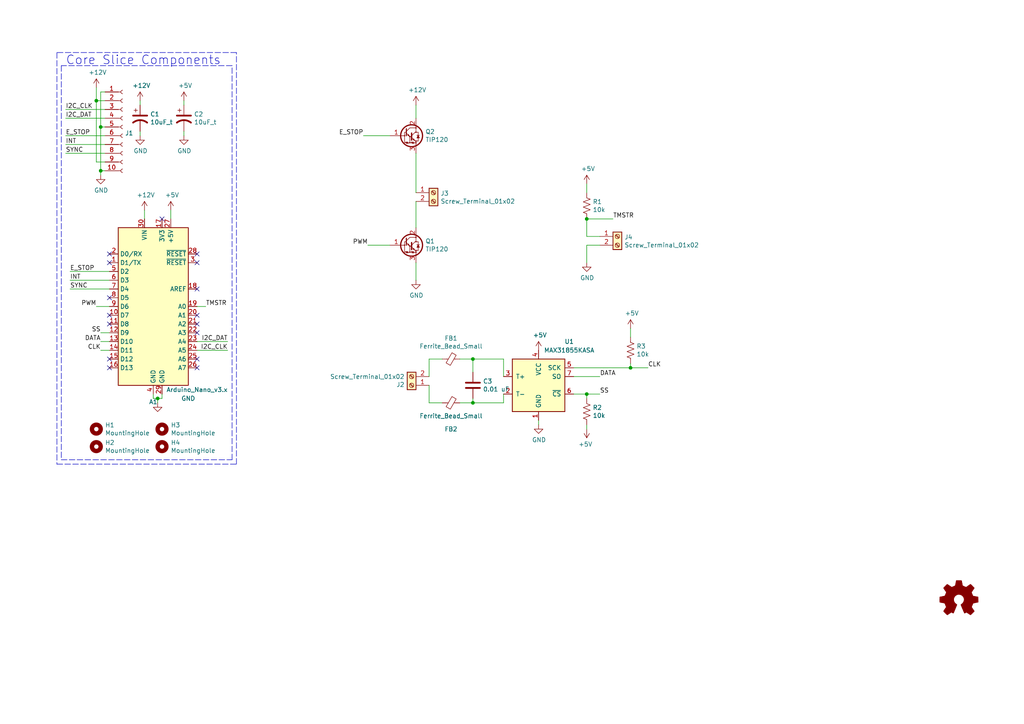
<source format=kicad_sch>
(kicad_sch (version 20231120) (generator "eeschema") (generator_version "8.0")
  (paper "A4")
  (lib_symbols
    (symbol "BREAD_Slice-rescue:+12V-power" (power) (pin_names (offset 0))
      (property "Value" "power_+12V" (at 0 3.556 0))
      (symbol "+12V-power_0_1"
        (polyline (pts (xy -0.762 1.27) (xy 0 2.54)))
        (polyline (pts (xy 0 0) (xy 0 2.54)))
        (polyline (pts (xy 0 2.54) (xy 0.762 1.27)))
      )
      (symbol "+12V-power_1_1"
        (pin power_in line (at 0 0 90) (length 0) hide (name "+12V") (number "1"))
      )
    )
    (symbol "BREAD_Slice-rescue:+5V-power" (power) (pin_names (offset 0))
      (property "Value" "power_+5V" (at 0 3.556 0))
      (symbol "+5V-power_0_1"
        (polyline (pts (xy -0.762 1.27) (xy 0 2.54)))
        (polyline (pts (xy 0 0) (xy 0 2.54)))
        (polyline (pts (xy 0 2.54) (xy 0.762 1.27)))
      )
      (symbol "+5V-power_1_1"
        (pin power_in line (at 0 0 90) (length 0) hide (name "+5V") (number "1"))
      )
    )
    (symbol "BREAD_Slice-rescue:10uF_t-OCI_UPL_2_Capacitors" (pin_numbers hide) (pin_names (offset 0.254) hide)
      (property "Reference" "C" (at 0.635 2.54 0))
      (property "Value" "10uF_t-OCI_UPL_2_Capacitors" (at 0.635 -2.54 0))
      (symbol "10uF_t-OCI_UPL_2_Capacitors_0_1"
        (polyline (pts (xy -2.032 0.762) (xy 2.032 0.762)) (stroke (width 0.508)))
        (polyline (pts (xy -1.778 2.286) (xy -0.762 2.286)))
        (polyline (pts (xy -1.27 1.778) (xy -1.27 2.794)))
        (arc (start 2.032 -1.27) (mid 0 -0.5572) (end -2.032 -1.27) (stroke (width 0.508)))
      )
      (symbol "10uF_t-OCI_UPL_2_Capacitors_1_1"
        (pin passive line (at 0 3.81 270) (length 2.794) (name "~") (number "1"))
        (pin passive line (at 0 -3.81 90) (length 3.302) (name "~") (number "2"))
      )
    )
    (symbol "BREAD_Slice-rescue:Conn_01x10_Female-Connector" (pin_names (offset 1.016) hide)
      (property "Reference" "J" (at 0 12.7 0))
      (property "Value" "Connector_Conn_01x10_Female" (at 0 -15.24 0))
      (symbol "Conn_01x10_Female-Connector_1_1"
        (arc (start 0 -12.192) (mid -0.508 -12.7) (end 0 -13.208) (stroke (width 0.1524)))
        (arc (start 0 -9.652) (mid -0.508 -10.16) (end 0 -10.668) (stroke (width 0.1524)))
        (arc (start 0 -7.112) (mid -0.508 -7.62) (end 0 -8.128) (stroke (width 0.1524)))
        (arc (start 0 -4.572) (mid -0.508 -5.08) (end 0 -5.588) (stroke (width 0.1524)))
        (arc (start 0 -2.032) (mid -0.508 -2.54) (end 0 -3.048) (stroke (width 0.1524)))
        (polyline (pts (xy -1.27 -12.7) (xy -0.508 -12.7)) (stroke (width 0.1524)))
        (polyline (pts (xy -1.27 -10.16) (xy -0.508 -10.16)) (stroke (width 0.1524)))
        (polyline (pts (xy -1.27 -7.62) (xy -0.508 -7.62)) (stroke (width 0.1524)))
        (polyline (pts (xy -1.27 -5.08) (xy -0.508 -5.08)) (stroke (width 0.1524)))
        (polyline (pts (xy -1.27 -2.54) (xy -0.508 -2.54)) (stroke (width 0.1524)))
        (polyline (pts (xy -1.27 0) (xy -0.508 0)) (stroke (width 0.1524)))
        (polyline (pts (xy -1.27 2.54) (xy -0.508 2.54)) (stroke (width 0.1524)))
        (polyline (pts (xy -1.27 5.08) (xy -0.508 5.08)) (stroke (width 0.1524)))
        (polyline (pts (xy -1.27 7.62) (xy -0.508 7.62)) (stroke (width 0.1524)))
        (polyline (pts (xy -1.27 10.16) (xy -0.508 10.16)) (stroke (width 0.1524)))
        (arc (start 0 0.508) (mid -0.508 0) (end 0 -0.508) (stroke (width 0.1524)))
        (arc (start 0 3.048) (mid -0.508 2.54) (end 0 2.032) (stroke (width 0.1524)))
        (arc (start 0 5.588) (mid -0.508 5.08) (end 0 4.572) (stroke (width 0.1524)))
        (arc (start 0 8.128) (mid -0.508 7.62) (end 0 7.112) (stroke (width 0.1524)))
        (arc (start 0 10.668) (mid -0.508 10.16) (end 0 9.652) (stroke (width 0.1524)))
        (pin passive line (at -5.08 10.16 0) (length 3.81) (name "Pin_1") (number "1"))
        (pin passive line (at -5.08 -12.7 0) (length 3.81) (name "Pin_10") (number "10"))
        (pin passive line (at -5.08 7.62 0) (length 3.81) (name "Pin_2") (number "2"))
        (pin passive line (at -5.08 5.08 0) (length 3.81) (name "Pin_3") (number "3"))
        (pin passive line (at -5.08 2.54 0) (length 3.81) (name "Pin_4") (number "4"))
        (pin passive line (at -5.08 0 0) (length 3.81) (name "Pin_5") (number "5"))
        (pin passive line (at -5.08 -2.54 0) (length 3.81) (name "Pin_6") (number "6"))
        (pin passive line (at -5.08 -5.08 0) (length 3.81) (name "Pin_7") (number "7"))
        (pin passive line (at -5.08 -7.62 0) (length 3.81) (name "Pin_8") (number "8"))
        (pin passive line (at -5.08 -10.16 0) (length 3.81) (name "Pin_9") (number "9"))
      )
    )
    (symbol "BREAD_Slice-rescue:Ferrite_Bead_Small-Device" (pin_numbers hide) (pin_names (offset 0))
      (property "Reference" "FB" (at 1.905 1.27 0))
      (property "Value" "Device_Ferrite_Bead_Small" (at 1.905 -1.27 0))
      (symbol "Ferrite_Bead_Small-Device_0_1"
        (polyline (pts (xy 0 -1.27) (xy 0 -0.7874)))
        (polyline (pts (xy 0 0.889) (xy 0 1.2954)))
        (polyline (pts (xy -1.8288 0.2794) (xy -1.1176 1.4986) (xy 1.8288 -0.2032) (xy 1.1176 -1.4224) (xy -1.8288 0.2794)))
      )
      (symbol "Ferrite_Bead_Small-Device_1_1"
        (pin passive line (at 0 2.54 270) (length 1.27) (name "~") (number "1"))
        (pin passive line (at 0 -2.54 90) (length 1.27) (name "~") (number "2"))
      )
    )
    (symbol "BREAD_Slice-rescue:GND-power" (power) (pin_names (offset 0))
      (property "Value" "power_GND" (at 0 -3.81 0))
      (symbol "GND-power_0_1"
        (polyline (pts (xy 0 0) (xy 0 -1.27) (xy 1.27 -1.27) (xy 0 -2.54) (xy -1.27 -1.27) (xy 0 -1.27)))
      )
      (symbol "GND-power_1_1"
        (pin power_in line (at 0 0 270) (length 0) hide (name "GND") (number "1"))
      )
    )
    (symbol "BREAD_Slice-rescue:MAX31855KASA-Sensor_Temperature" (pin_names (offset 1.016))
      (property "Reference" "U" (at -7.62 8.89 0))
      (property "Value" "Sensor_Temperature_MAX31855KASA" (at 1.27 8.89 0))
      (symbol "MAX31855KASA-Sensor_Temperature_0_1"
        (rectangle (start -7.62 7.62) (end 7.62 -7.62) (stroke (width 0.254)) (fill (type background)))
      )
      (symbol "MAX31855KASA-Sensor_Temperature_1_1"
        (pin power_in line (at 0 -10.16 90) (length 2.54) (name "GND") (number "1"))
        (pin passive line (at -10.16 -2.54 0) (length 2.54) (name "T-") (number "2"))
        (pin passive line (at -10.16 2.54 0) (length 2.54) (name "T+") (number "3"))
        (pin power_in line (at 0 10.16 270) (length 2.54) (name "VCC") (number "4"))
        (pin input line (at 10.16 5.08 180) (length 2.54) (name "SCK") (number "5"))
        (pin input line (at 10.16 -2.54 180) (length 2.54) (name "~{CS}") (number "6"))
        (pin tri_state line (at 10.16 2.54 180) (length 2.54) (name "SO") (number "7"))
      )
    )
    (symbol "Connector:Screw_Terminal_01x02" (pin_names (offset 1.016) hide)
      (property "Reference" "J" (at 0 2.54 0))
      (property "Value" "Screw_Terminal_01x02" (at 0 -5.08 0))
      (symbol "Screw_Terminal_01x02_1_1"
        (rectangle (start -1.27 1.27) (end 1.27 -3.81) (stroke (width 0.254)) (fill (type background)))
        (circle (center 0 -2.54) (radius 0.635) (stroke (width 0.1524)))
        (polyline (pts (xy -0.5334 -2.2098) (xy 0.3302 -3.048)) (stroke (width 0.1524)))
        (polyline (pts (xy -0.5334 0.3302) (xy 0.3302 -0.508)) (stroke (width 0.1524)))
        (polyline (pts (xy -0.3556 -2.032) (xy 0.508 -2.8702)) (stroke (width 0.1524)))
        (polyline (pts (xy -0.3556 0.508) (xy 0.508 -0.3302)) (stroke (width 0.1524)))
        (circle (center 0 0) (radius 0.635) (stroke (width 0.1524)))
        (pin passive line (at -5.08 0 0) (length 3.81) (name "Pin_1") (number "1"))
        (pin passive line (at -5.08 -2.54 0) (length 3.81) (name "Pin_2") (number "2"))
      )
    )
    (symbol "Device:C" (pin_numbers hide) (pin_names (offset 0.254))
      (property "Reference" "C" (at 0.635 2.54 0))
      (property "Value" "C" (at 0.635 -2.54 0))
      (symbol "C_0_1"
        (polyline (pts (xy -2.032 -0.762) (xy 2.032 -0.762)) (stroke (width 0.508)))
        (polyline (pts (xy -2.032 0.762) (xy 2.032 0.762)) (stroke (width 0.508)))
      )
      (symbol "C_1_1"
        (pin passive line (at 0 3.81 270) (length 2.794) (name "~") (number "1"))
        (pin passive line (at 0 -3.81 90) (length 2.794) (name "~") (number "2"))
      )
    )
    (symbol "Device:R_US" (pin_numbers hide) (pin_names (offset 0))
      (property "Reference" "R" (at 2.54 0 90))
      (property "Value" "R_US" (at -2.54 0 90))
      (symbol "R_US_0_1"
        (polyline (pts (xy 0 -2.286) (xy 0 -2.54)))
        (polyline (pts (xy 0 2.286) (xy 0 2.54)))
        (polyline (pts (xy 0 -0.762) (xy 1.016 -1.143) (xy 0 -1.524) (xy -1.016 -1.905) (xy 0 -2.286)))
        (polyline (pts (xy 0 0.762) (xy 1.016 0.381) (xy 0 0) (xy -1.016 -0.381) (xy 0 -0.762)))
        (polyline (pts (xy 0 2.286) (xy 1.016 1.905) (xy 0 1.524) (xy -1.016 1.143) (xy 0 0.762)))
      )
      (symbol "R_US_1_1"
        (pin passive line (at 0 3.81 270) (length 1.27) (name "~") (number "1"))
        (pin passive line (at 0 -3.81 90) (length 1.27) (name "~") (number "2"))
      )
    )
    (symbol "Graphic:Logo_Open_Hardware_Small" (in_bom no) (on_board no)
      (symbol "Logo_Open_Hardware_Small_0_1"
        (polyline (pts (xy 3.3528 -4.3434) (xy 3.302 -4.318) (xy 3.175 -4.2418) (xy 2.9972 -4.1148) (xy 2.7686 -3.9624) (xy 2.54 -3.81) (xy 2.3622 -3.7084) (xy 2.2352 -3.6068) (xy 2.1844 -3.5814) (xy 2.159 -3.6068) (xy 2.0574 -3.6576) (xy 1.905 -3.7338) (xy 1.8034 -3.7846) (xy 1.6764 -3.8354) (xy 1.6002 -3.8354) (xy 1.6002 -3.8354) (xy 1.5494 -3.7338) (xy 1.4732 -3.5306) (xy 1.3462 -3.302) (xy 1.2446 -3.0226) (xy 1.1176 -2.7178) (xy 0.9652 -2.413) (xy 0.8636 -2.1082) (xy 0.7366 -1.8288) (xy 0.6604 -1.6256) (xy 0.6096 -1.4732) (xy 0.5842 -1.397) (xy 0.5842 -1.397) (xy 0.6604 -1.3208) (xy 0.7874 -1.2446) (xy 1.0414 -1.016) (xy 1.2954 -0.6858) (xy 1.4478 -0.3302) (xy 1.524 0.0762) (xy 1.4732 0.4572) (xy 1.3208 0.8128) (xy 1.0668 1.143) (xy 0.762 1.3716) (xy 0.4064 1.524) (xy 0 1.5748) (xy -0.381 1.5494) (xy -0.7366 1.397) (xy -1.0668 1.143) (xy -1.2192 0.9906) (xy -1.397 0.6604) (xy -1.524 0.3048) (xy -1.524 0.2286) (xy -1.4986 -0.1778) (xy -1.397 -0.5334) (xy -1.1938 -0.8636) (xy -0.9144 -1.143) (xy -0.8636 -1.1684) (xy -0.7366 -1.27) (xy -0.635 -1.3462) (xy -0.5842 -1.397) (xy -1.0668 -2.5908) (xy -1.143 -2.794) (xy -1.2954 -3.1242) (xy -1.397 -3.4036) (xy -1.4986 -3.6322) (xy -1.5748 -3.7846) (xy -1.6002 -3.8354) (xy -1.6002 -3.8354) (xy -1.651 -3.8354) (xy -1.7272 -3.81) (xy -1.905 -3.7338) (xy -2.0066 -3.683) (xy -2.1336 -3.6068) (xy -2.2098 -3.5814) (xy -2.2606 -3.6068) (xy -2.3622 -3.683) (xy -2.54 -3.81) (xy -2.7686 -3.9624) (xy -2.9718 -4.0894) (xy -3.1496 -4.2164) (xy -3.302 -4.318) (xy -3.3528 -4.3434) (xy -3.3782 -4.3434) (xy -3.429 -4.318) (xy -3.5306 -4.2164) (xy -3.7084 -4.064) (xy -3.937 -3.8354) (xy -3.9624 -3.81) (xy -4.1656 -3.6068) (xy -4.318 -3.4544) (xy -4.4196 -3.3274) (xy -4.445 -3.2766) (xy -4.445 -3.2766) (xy -4.4196 -3.2258) (xy -4.318 -3.0734) (xy -4.2164 -2.8956) (xy -4.064 -2.667) (xy -3.6576 -2.0828) (xy -3.8862 -1.5494) (xy -3.937 -1.3716) (xy -4.0386 -1.1684) (xy -4.0894 -1.0414) (xy -4.1148 -0.9652) (xy -4.191 -0.9398) (xy -4.318 -0.9144) (xy -4.5466 -0.8636) (xy -4.8006 -0.8128) (xy -5.0546 -0.7874) (xy -5.2578 -0.7366) (xy -5.4356 -0.7112) (xy -5.5118 -0.6858) (xy -5.5118 -0.6858) (xy -5.5372 -0.635) (xy -5.5372 -0.5588) (xy -5.5372 -0.4318) (xy -5.5626 -0.2286) (xy -5.5626 0.0762) (xy -5.5626 0.127) (xy -5.5372 0.4064) (xy -5.5372 0.635) (xy -5.5372 0.762) (xy -5.5372 0.8382) (xy -5.5372 0.8382) (xy -5.461 0.8382) (xy -5.3086 0.889) (xy -5.08 0.9144) (xy -4.826 0.9652) (xy -4.8006 0.9906) (xy -4.5466 1.0414) (xy -4.318 1.0668) (xy -4.1656 1.1176) (xy -4.0894 1.143) (xy -4.0894 1.143) (xy -4.0386 1.2446) (xy -3.9624 1.4224) (xy -3.8608 1.6256) (xy -3.7846 1.8288) (xy -3.7084 2.0066) (xy -3.6576 2.159) (xy -3.6322 2.2098) (xy -3.6322 2.2098) (xy -3.683 2.286) (xy -3.7592 2.413) (xy -3.8862 2.5908) (xy -4.064 2.8194) (xy -4.064 2.8448) (xy -4.2164 3.0734) (xy -4.3434 3.2512) (xy -4.4196 3.3782) (xy -4.445 3.4544) (xy -4.445 3.4544) (xy -4.3942 3.5052) (xy -4.2926 3.6322) (xy -4.1148 3.81) (xy -3.937 4.0132) (xy -3.8608 4.064) (xy -3.6576 4.2926) (xy -3.5052 4.4196) (xy -3.4036 4.4958) (xy -3.3528 4.5212) (xy -3.3528 4.5212) (xy -3.302 4.4704) (xy -3.1496 4.3688) (xy -2.9718 4.2418) (xy -2.7432 4.0894) (xy -2.7178 4.0894) (xy -2.4892 3.937) (xy -2.3114 3.81) (xy -2.1844 3.7084) (xy -2.1336 3.683) (xy -2.1082 3.683) (xy -2.032 3.7084) (xy -1.8542 3.7592) (xy -1.6764 3.8354) (xy -1.4732 3.937) (xy -1.27 4.0132) (xy -1.143 4.064) (xy -1.0668 4.1148) (xy -1.0668 4.1148) (xy -1.0414 4.191) (xy -1.016 4.3434) (xy -0.9652 4.572) (xy -0.9144 4.8514) (xy -0.889 4.9022) (xy -0.8382 5.1562) (xy -0.8128 5.3848) (xy -0.7874 5.5372) (xy -0.762 5.588) (xy -0.7112 5.6134) (xy -0.5842 5.6134) (xy -0.4064 5.6134) (xy -0.1524 5.6134) (xy 0.0762 5.6134) (xy 0.3302 5.6134) (xy 0.5334 5.6134) (xy 0.6858 5.588) (xy 0.7366 5.588) (xy 0.7366 5.588) (xy 0.762 5.5118) (xy 0.8128 5.334) (xy 0.8382 5.1054) (xy 0.9144 4.826) (xy 0.9144 4.7752) (xy 0.9652 4.5212) (xy 1.016 4.2926) (xy 1.0414 4.1402) (xy 1.0668 4.0894) (xy 1.0668 4.0894) (xy 1.1938 4.0386) (xy 1.3716 3.9624) (xy 1.5748 3.8608) (xy 2.0828 3.6576) (xy 2.7178 4.0894) (xy 2.7686 4.1402) (xy 2.9972 4.2926) (xy 3.175 4.4196) (xy 3.302 4.4958) (xy 3.3782 4.5212) (xy 3.3782 4.5212) (xy 3.429 4.4704) (xy 3.556 4.3434) (xy 3.7338 4.191) (xy 3.9116 3.9878) (xy 4.064 3.8354) (xy 4.2418 3.6576) (xy 4.3434 3.556) (xy 4.4196 3.4798) (xy 4.4196 3.429) (xy 4.4196 3.4036) (xy 4.3942 3.3274) (xy 4.2926 3.2004) (xy 4.1656 2.9972) (xy 4.0132 2.794) (xy 3.8862 2.5908) (xy 3.7592 2.3876) (xy 3.6576 2.2352) (xy 3.6322 2.159) (xy 3.6322 2.1336) (xy 3.683 2.0066) (xy 3.7592 1.8288) (xy 3.8608 1.6002) (xy 4.064 1.1176) (xy 4.3942 1.0414) (xy 4.5974 1.016) (xy 4.8768 0.9652) (xy 5.1308 0.9144) (xy 5.5372 0.8382) (xy 5.5626 -0.6604) (xy 5.4864 -0.6858) (xy 5.4356 -0.6858) (xy 5.2832 -0.7366) (xy 5.0546 -0.762) (xy 4.8006 -0.8128) (xy 4.5974 -0.8636) (xy 4.3688 -0.9144) (xy 4.2164 -0.9398) (xy 4.1402 -0.9398) (xy 4.1148 -0.9652) (xy 4.064 -1.0668) (xy 3.9878 -1.2446) (xy 3.9116 -1.4478) (xy 3.81 -1.651) (xy 3.7338 -1.8542) (xy 3.683 -2.0066) (xy 3.6576 -2.0828) (xy 3.683 -2.1336) (xy 3.7846 -2.2606) (xy 3.8862 -2.4638) (xy 4.0386 -2.667) (xy 4.191 -2.8956) (xy 4.318 -3.0734) (xy 4.3942 -3.2004) (xy 4.445 -3.2766) (xy 4.4196 -3.3274) (xy 4.3434 -3.429) (xy 4.1656 -3.5814) (xy 3.937 -3.8354) (xy 3.8862 -3.8608) (xy 3.683 -4.064) (xy 3.5306 -4.2164) (xy 3.4036 -4.318) (xy 3.3528 -4.3434)) (fill (type outline)))
      )
    )
    (symbol "MCU_Module:Arduino_Nano_v3.x"
      (property "Reference" "A" (at -10.16 23.495 0))
      (property "Value" "Arduino_Nano_v3.x" (at 5.08 -24.13 0))
      (symbol "Arduino_Nano_v3.x_0_1"
        (rectangle (start -10.16 22.86) (end 10.16 -22.86) (stroke (width 0.254)) (fill (type background)))
      )
      (symbol "Arduino_Nano_v3.x_1_1"
        (pin bidirectional line (at -12.7 12.7 0) (length 2.54) (name "D1/TX") (number "1"))
        (pin bidirectional line (at -12.7 -2.54 0) (length 2.54) (name "D7") (number "10"))
        (pin bidirectional line (at -12.7 -5.08 0) (length 2.54) (name "D8") (number "11"))
        (pin bidirectional line (at -12.7 -7.62 0) (length 2.54) (name "D9") (number "12"))
        (pin bidirectional line (at -12.7 -10.16 0) (length 2.54) (name "D10") (number "13"))
        (pin bidirectional line (at -12.7 -12.7 0) (length 2.54) (name "D11") (number "14"))
        (pin bidirectional line (at -12.7 -15.24 0) (length 2.54) (name "D12") (number "15"))
        (pin bidirectional line (at -12.7 -17.78 0) (length 2.54) (name "D13") (number "16"))
        (pin power_out line (at 2.54 25.4 270) (length 2.54) (name "3V3") (number "17"))
        (pin input line (at 12.7 5.08 180) (length 2.54) (name "AREF") (number "18"))
        (pin bidirectional line (at 12.7 0 180) (length 2.54) (name "A0") (number "19"))
        (pin bidirectional line (at -12.7 15.24 0) (length 2.54) (name "D0/RX") (number "2"))
        (pin bidirectional line (at 12.7 -2.54 180) (length 2.54) (name "A1") (number "20"))
        (pin bidirectional line (at 12.7 -5.08 180) (length 2.54) (name "A2") (number "21"))
        (pin bidirectional line (at 12.7 -7.62 180) (length 2.54) (name "A3") (number "22"))
        (pin bidirectional line (at 12.7 -10.16 180) (length 2.54) (name "A4") (number "23"))
        (pin bidirectional line (at 12.7 -12.7 180) (length 2.54) (name "A5") (number "24"))
        (pin bidirectional line (at 12.7 -15.24 180) (length 2.54) (name "A6") (number "25"))
        (pin bidirectional line (at 12.7 -17.78 180) (length 2.54) (name "A7") (number "26"))
        (pin power_out line (at 5.08 25.4 270) (length 2.54) (name "+5V") (number "27"))
        (pin input line (at 12.7 15.24 180) (length 2.54) (name "~{RESET}") (number "28"))
        (pin power_in line (at 2.54 -25.4 90) (length 2.54) (name "GND") (number "29"))
        (pin input line (at 12.7 12.7 180) (length 2.54) (name "~{RESET}") (number "3"))
        (pin power_in line (at -2.54 25.4 270) (length 2.54) (name "VIN") (number "30"))
        (pin power_in line (at 0 -25.4 90) (length 2.54) (name "GND") (number "4"))
        (pin bidirectional line (at -12.7 10.16 0) (length 2.54) (name "D2") (number "5"))
        (pin bidirectional line (at -12.7 7.62 0) (length 2.54) (name "D3") (number "6"))
        (pin bidirectional line (at -12.7 5.08 0) (length 2.54) (name "D4") (number "7"))
        (pin bidirectional line (at -12.7 2.54 0) (length 2.54) (name "D5") (number "8"))
        (pin bidirectional line (at -12.7 0 0) (length 2.54) (name "D6") (number "9"))
      )
    )
    (symbol "Mechanical:MountingHole" (pin_names (offset 1.016)) (exclude_from_sim yes) (in_bom no)
      (property "Reference" "H" (at 0 5.08 0))
      (property "Value" "MountingHole" (at 0 3.175 0))
      (symbol "MountingHole_0_1"
        (circle (center 0 0) (radius 1.27) (stroke (width 1.27)))
      )
    )
    (symbol "Transistor_BJT:TIP120" (pin_names (offset 0) hide)
      (property "Reference" "Q" (at 5.08 1.905 0))
      (property "Value" "TIP120" (at 5.08 0 0))
      (symbol "TIP120_0_1"
        (circle (center -0.762 0) (radius 0.127))
        (polyline (pts (xy -1.27 0) (xy -0.889 0)))
        (polyline (pts (xy 2.54 -2.032) (xy 2.54 -2.54)))
        (polyline (pts (xy 2.54 -1.524) (xy 3.175 -1.524)))
        (polyline (pts (xy 2.794 0.127) (xy 3.556 0.127)))
        (polyline (pts (xy 3.175 -0.635) (xy 3.175 -1.524)))
        (polyline (pts (xy 3.175 1.016) (xy 2.54 1.016)))
        (polyline (pts (xy 3.175 1.016) (xy 3.175 0.127)))
        (polyline (pts (xy -0.254 0.762) (xy 0.762 -0.254) (xy 1.27 -0.254)))
        (polyline (pts (xy -0.254 1.016) (xy -0.762 1.016) (xy -0.762 -2.032)))
        (polyline (pts (xy -0.254 1.27) (xy 0.762 2.286) (xy 2.54 2.286)))
        (polyline (pts (xy -0.254 2.032) (xy -0.254 0) (xy -0.254 0)) (stroke (width 0.3048)))
        (polyline (pts (xy 1.27 0.762) (xy 1.27 -1.27) (xy 1.27 -1.27)) (stroke (width 0.381)))
        (polyline (pts (xy 0.635 -0.127) (xy 0.381 0.381) (xy 0.127 0.127) (xy 0.635 -0.127)))
        (polyline (pts (xy 1.27 -0.508) (xy 2.286 -1.524) (xy 2.54 -1.524) (xy 2.54 -2.032)))
        (polyline (pts (xy 1.27 0) (xy 2.286 1.016) (xy 2.54 1.016) (xy 2.54 2.286)))
        (polyline (pts (xy 2.159 -1.397) (xy 1.905 -0.889) (xy 1.651 -1.143) (xy 2.159 -1.397)))
        (polyline (pts (xy 3.175 0.127) (xy 2.794 -0.635) (xy 3.556 -0.635) (xy 3.175 0.127)) (fill (type outline)))
        (polyline (pts (xy 0.762 -2.032) (xy 0.381 -2.032) (xy 0.254 -2.286) (xy 0.127 -1.778) (xy 0 -2.286) (xy -0.127 -1.778) (xy -0.254 -2.286) (xy -0.381 -1.778) (xy -0.508 -2.032) (xy -0.762 -2.032)))
        (polyline (pts (xy 0.762 -0.254) (xy 0.762 -2.032) (xy 1.143 -2.032) (xy 1.27 -1.778) (xy 1.397 -2.286) (xy 1.524 -1.778) (xy 1.651 -2.286) (xy 1.778 -1.778) (xy 1.905 -2.286) (xy 2.032 -2.032) (xy 2.54 -2.032)))
        (circle (center 0.762 -2.032) (radius 0.127))
        (circle (center 0.762 -0.254) (radius 0.127))
        (circle (center 1.27 0) (radius 3.175) (stroke (width 0.3556)))
        (circle (center 2.54 -2.032) (radius 0.127))
        (circle (center 2.54 -1.524) (radius 0.127))
        (circle (center 2.54 1.016) (radius 0.127))
        (circle (center 2.54 2.286) (radius 0.127))
      )
      (symbol "TIP120_1_1"
        (pin input line (at -5.08 0 0) (length 3.81) (name "B") (number "1"))
        (pin passive line (at 2.54 5.08 270) (length 2.667) (name "C") (number "2"))
        (pin passive line (at 2.54 -5.08 90) (length 2.54) (name "E") (number "3"))
      )
    )
  )
  (junction (at 27.94 29.21))
  (junction (at 137.16 104.14))
  (junction (at 170.18 63.5))
  (junction (at 170.18 114.3))
  (junction (at 45.72 115.57))
  (junction (at 182.88 106.68))
  (junction (at 137.16 116.84))
  (junction (at 29.21 49.53))
  (junction (at 29.21 36.83))
  (no_connect (at 31.75 86.36))
  (no_connect (at 57.15 91.44))
  (no_connect (at 57.15 76.2))
  (no_connect (at 31.75 106.68))
  (no_connect (at 57.15 93.98))
  (no_connect (at 31.75 93.98))
  (no_connect (at 57.15 104.14))
  (no_connect (at 57.15 83.82))
  (no_connect (at 31.75 73.66))
  (no_connect (at 31.75 76.2))
  (no_connect (at 57.15 96.52))
  (no_connect (at 46.99 63.5))
  (no_connect (at 31.75 91.44))
  (no_connect (at 57.15 73.66))
  (no_connect (at 31.75 104.14))
  (no_connect (at 57.15 106.68))
  (wire (pts (xy 30.48 36.83) (xy 29.21 36.83)))
  (wire (pts (xy 27.94 46.99) (xy 27.94 29.21)))
  (wire (pts (xy 27.94 29.21) (xy 30.48 29.21)))
  (polyline (pts (xy 16.51 134.62) (xy 68.58 134.62)) (stroke (width 0) (type dash)))
  (polyline (pts (xy 17.78 133.35) (xy 67.31 133.35)) (stroke (width 0) (type dash)))
  (wire (pts (xy 44.45 114.3) (xy 44.45 115.57)))
  (wire (pts (xy 30.48 46.99) (xy 27.94 46.99)))
  (wire (pts (xy 120.65 44.45) (xy 120.65 55.88)))
  (wire (pts (xy 182.88 95.25) (xy 182.88 97.79)))
  (wire (pts (xy 41.91 60.96) (xy 41.91 63.5)))
  (wire (pts (xy 46.99 115.57) (xy 46.99 114.3)))
  (wire (pts (xy 31.75 78.74) (xy 20.32 78.74)))
  (wire (pts (xy 124.46 116.84) (xy 128.27 116.84)))
  (wire (pts (xy 120.65 58.42) (xy 120.65 66.04)))
  (wire (pts (xy 29.21 96.52) (xy 31.75 96.52)))
  (wire (pts (xy 124.46 104.14) (xy 128.27 104.14)))
  (wire (pts (xy 182.88 105.41) (xy 182.88 106.68)))
  (polyline (pts (xy 16.51 15.24) (xy 16.51 134.62)) (stroke (width 0) (type dash)))
  (wire (pts (xy 166.37 114.3) (xy 170.18 114.3)))
  (wire (pts (xy 29.21 101.6) (xy 31.75 101.6)))
  (wire (pts (xy 170.18 53.34) (xy 170.18 55.88)))
  (wire (pts (xy 29.21 36.83) (xy 29.21 26.67)))
  (wire (pts (xy 53.34 39.37) (xy 53.34 38.1)))
  (wire (pts (xy 120.65 30.48) (xy 120.65 34.29)))
  (wire (pts (xy 19.05 34.29) (xy 30.48 34.29)))
  (wire (pts (xy 44.45 115.57) (xy 45.72 115.57)))
  (wire (pts (xy 173.99 71.12) (xy 170.18 71.12)))
  (wire (pts (xy 146.05 116.84) (xy 137.16 116.84)))
  (wire (pts (xy 124.46 109.22) (xy 124.46 104.14)))
  (polyline (pts (xy 67.31 19.05) (xy 17.78 19.05)) (stroke (width 0) (type dash)))
  (wire (pts (xy 40.64 30.48) (xy 40.64 29.21)))
  (wire (pts (xy 30.48 31.75) (xy 19.05 31.75)))
  (wire (pts (xy 170.18 115.57) (xy 170.18 114.3)))
  (wire (pts (xy 156.21 123.19) (xy 156.21 121.92)))
  (wire (pts (xy 66.04 99.06) (xy 57.15 99.06)))
  (wire (pts (xy 29.21 26.67) (xy 30.48 26.67)))
  (wire (pts (xy 30.48 49.53) (xy 29.21 49.53)))
  (wire (pts (xy 29.21 99.06) (xy 31.75 99.06)))
  (wire (pts (xy 20.32 81.28) (xy 31.75 81.28)))
  (wire (pts (xy 57.15 88.9) (xy 59.69 88.9)))
  (wire (pts (xy 146.05 114.3) (xy 146.05 116.84)))
  (wire (pts (xy 45.72 115.57) (xy 45.72 116.84)))
  (polyline (pts (xy 68.58 15.24) (xy 16.51 15.24)) (stroke (width 0) (type dash)))
  (wire (pts (xy 40.64 39.37) (xy 40.64 38.1)))
  (wire (pts (xy 124.46 111.76) (xy 124.46 116.84)))
  (wire (pts (xy 166.37 106.68) (xy 182.88 106.68)))
  (wire (pts (xy 49.53 60.96) (xy 49.53 63.5)))
  (wire (pts (xy 137.16 104.14) (xy 137.16 107.95)))
  (wire (pts (xy 170.18 63.5) (xy 170.18 68.58)))
  (wire (pts (xy 19.05 41.91) (xy 30.48 41.91)))
  (wire (pts (xy 19.05 44.45) (xy 30.48 44.45)))
  (wire (pts (xy 57.15 101.6) (xy 66.04 101.6)))
  (wire (pts (xy 133.35 116.84) (xy 137.16 116.84)))
  (polyline (pts (xy 68.58 134.62) (xy 68.58 15.24)) (stroke (width 0) (type dash)))
  (wire (pts (xy 137.16 116.84) (xy 137.16 115.57)))
  (wire (pts (xy 170.18 124.46) (xy 170.18 123.19)))
  (wire (pts (xy 182.88 106.68) (xy 187.96 106.68)))
  (wire (pts (xy 133.35 104.14) (xy 137.16 104.14)))
  (wire (pts (xy 105.41 39.37) (xy 113.03 39.37)))
  (wire (pts (xy 29.21 50.8) (xy 29.21 49.53)))
  (wire (pts (xy 146.05 104.14) (xy 137.16 104.14)))
  (wire (pts (xy 170.18 71.12) (xy 170.18 76.2)))
  (wire (pts (xy 170.18 114.3) (xy 173.99 114.3)))
  (wire (pts (xy 27.94 88.9) (xy 31.75 88.9)))
  (wire (pts (xy 27.94 25.4) (xy 27.94 29.21)))
  (polyline (pts (xy 17.78 19.05) (xy 17.78 133.35)) (stroke (width 0) (type dash)))
  (wire (pts (xy 53.34 30.48) (xy 53.34 29.21)))
  (wire (pts (xy 30.48 39.37) (xy 19.05 39.37)))
  (wire (pts (xy 173.99 68.58) (xy 170.18 68.58)))
  (wire (pts (xy 177.8 63.5) (xy 170.18 63.5)))
  (wire (pts (xy 120.65 81.28) (xy 120.65 76.2)))
  (polyline (pts (xy 67.31 133.35) (xy 67.31 19.05)) (stroke (width 0) (type dash)))
  (wire (pts (xy 146.05 109.22) (xy 146.05 104.14)))
  (wire (pts (xy 106.68 71.12) (xy 113.03 71.12)))
  (wire (pts (xy 20.32 83.82) (xy 31.75 83.82)))
  (wire (pts (xy 166.37 109.22) (xy 173.99 109.22)))
  (wire (pts (xy 45.72 115.57) (xy 46.99 115.57)))
  (wire (pts (xy 29.21 49.53) (xy 29.21 36.83)))
  (text "Core Slice Components" (at 19.05 19.05 0) (effects (font (size 2.54 2.54)) (justify left bottom)))
  (label "DATA" (at 173.99 109.22 0))
  (label "I2C_CLK" (at 66.04 101.6 180))
  (label "E_STOP" (at 20.32 78.74 0))
  (label "CLK" (at 187.96 106.68 0))
  (label "INT" (at 20.32 81.28 0))
  (label "I2C_DAT" (at 66.04 99.06 180))
  (label "PWM" (at 106.68 71.12 180))
  (label "INT" (at 19.05 41.91 0))
  (label "SS" (at 29.21 96.52 180))
  (label "SS" (at 173.99 114.3 0))
  (label "SYNC" (at 19.05 44.45 0))
  (label "SYNC" (at 20.32 83.82 0))
  (label "DATA" (at 29.21 99.06 180))
  (label "CLK" (at 29.21 101.6 180))
  (label "TMSTR" (at 177.8 63.5 0))
  (label "I2C_CLK" (at 19.05 31.75 0))
  (label "TMSTR" (at 59.69 88.9 0))
  (label "E_STOP" (at 19.05 39.37 0))
  (label "I2C_DAT" (at 19.05 34.29 0))
  (label "E_STOP" (at 105.41 39.37 180))
  (label "PWM" (at 27.94 88.9 180))
  (symbol (lib_id "BREAD_Slice-rescue:GND-power") (at 45.72 116.84 0) (unit 1)
    (property "Reference" "#PWR06" (effects (hide yes)))
    (property "Value" "GND" (at 54.61 115.57 0))
  )
  (symbol (lib_id "BREAD_Slice-rescue:+5V-power") (at 49.53 60.96 0) (unit 1)
    (property "Reference" "#PWR07" (effects (hide yes)))
    (property "Value" "+5V" (at 49.911 56.5658 0))
  )
  (symbol (lib_id "BREAD_Slice-rescue:+12V-power") (at 41.91 60.96 0) (unit 1)
    (property "Reference" "#PWR05" (effects (hide yes)))
    (property "Value" "+12V" (at 42.291 56.5658 0))
  )
  (symbol (lib_id "BREAD_Slice-rescue:10uF_t-OCI_UPL_2_Capacitors") (at 40.64 34.29 0) (unit 1)
    (property "Reference" "C1" (at 43.561 33.1216 0) (effects (justify left)))
    (property "Value" "10uF_t" (at 43.561 35.433 0) (effects (justify left)))
    (property "Footprint" "OCI_UPL_FOOTPRINTS:C_2312" (effects (hide yes)))
    (property "Datasheet" "https://www.digikey.com/short/qcd8n7" (effects (hide yes)))
    (property "Part #" "T491C106K025AT" (effects (hide yes)))
    (property "UPL #" "2.021" (effects (hide yes)))
  )
  (symbol (lib_id "BREAD_Slice-rescue:GND-power") (at 40.64 39.37 0) (unit 1)
    (property "Reference" "#PWR04" (effects (hide yes)))
    (property "Value" "GND" (at 40.767 43.7642 0))
  )
  (symbol (lib_id "Mechanical:MountingHole") (at 27.94 124.46 0) (unit 1)
    (property "Reference" "H1" (at 30.48 123.2916 0) (effects (justify left)))
    (property "Value" "MountingHole" (at 30.48 125.603 0) (effects (justify left)))
    (property "Footprint" "MountingHole:MountingHole_3.2mm_M3_DIN965_Pad" (effects (hide yes)))
  )
  (symbol (lib_id "Mechanical:MountingHole") (at 46.99 124.46 0) (unit 1)
    (property "Reference" "H3" (at 49.53 123.2916 0) (effects (justify left)))
    (property "Value" "MountingHole" (at 49.53 125.603 0) (effects (justify left)))
    (property "Footprint" "MountingHole:MountingHole_3.2mm_M3_DIN965_Pad" (effects (hide yes)))
  )
  (symbol (lib_id "Mechanical:MountingHole") (at 27.94 129.54 0) (unit 1)
    (property "Reference" "H2" (at 30.48 128.3716 0) (effects (justify left)))
    (property "Value" "MountingHole" (at 30.48 130.683 0) (effects (justify left)))
    (property "Footprint" "MountingHole:MountingHole_3.2mm_M3_DIN965_Pad" (effects (hide yes)))
  )
  (symbol (lib_id "Mechanical:MountingHole") (at 46.99 129.54 0) (unit 1)
    (property "Reference" "H4" (at 49.53 128.3716 0) (effects (justify left)))
    (property "Value" "MountingHole" (at 49.53 130.683 0) (effects (justify left)))
    (property "Footprint" "MountingHole:MountingHole_3.2mm_M3_DIN965_Pad" (effects (hide yes)))
  )
  (symbol (lib_id "MCU_Module:Arduino_Nano_v3.x") (at 44.45 88.9 0) (unit 1)
    (property "Reference" "A1" (at 44.45 116.5606 0))
    (property "Value" "Arduino_Nano_v3.x" (at 57.15 113.03 0))
    (property "Footprint" "Module:Arduino_Nano" (effects (hide yes)))
    (property "Datasheet" "http://www.mouser.com/pdfdocs/Gravitech_Arduino_Nano3_0.pdf" (effects (hide yes)))
  )
  (symbol (lib_id "Graphic:Logo_Open_Hardware_Small") (at 278.13 173.99 0) (unit 1)
    (property "Reference" "Logo1" (effects (hide yes)))
    (property "Value" "Logo_Open_Hardware_Small" (effects (hide yes)))
    (property "Footprint" "Symbol:OSHW-Symbol_6.7x6mm_SilkScreen" (effects (hide yes)))
  )
  (symbol (lib_id "BREAD_Slice-rescue:Conn_01x10_Female-Connector") (at 35.56 36.83 0) (unit 1)
    (property "Reference" "J1" (at 36.2712 38.608 0) (effects (justify left)))
    (property "Value" "Conn_01x10_Female" (effects (hide yes)))
    (property "Footprint" "Connector_PinSocket_2.54mm:PinSocket_1x10_P2.54mm_Horizontal" (effects (hide yes)))
  )
  (symbol (lib_id "BREAD_Slice-rescue:+12V-power") (at 27.94 25.4 0) (unit 1)
    (property "Reference" "#PWR01" (effects (hide yes)))
    (property "Value" "+12V" (at 28.321 21.0058 0))
  )
  (symbol (lib_id "BREAD_Slice-rescue:GND-power") (at 29.21 50.8 0) (unit 1)
    (property "Reference" "#PWR02" (effects (hide yes)))
    (property "Value" "GND" (at 29.337 55.1942 0))
  )
  (symbol (lib_id "BREAD_Slice-rescue:+12V-power") (at 40.64 29.21 0) (unit 1)
    (property "Reference" "#PWR03" (effects (hide yes)))
    (property "Value" "+12V" (at 41.021 24.8158 0))
  )
  (symbol (lib_id "BREAD_Slice-rescue:10uF_t-OCI_UPL_2_Capacitors") (at 53.34 34.29 0) (unit 1)
    (property "Reference" "C2" (at 56.261 33.1216 0) (effects (justify left)))
    (property "Value" "10uF_t" (at 56.261 35.433 0) (effects (justify left)))
    (property "Footprint" "OCI_UPL_FOOTPRINTS:C_2312" (effects (hide yes)))
    (property "Datasheet" "https://www.digikey.com/short/qcd8n7" (effects (hide yes)))
    (property "Part #" "T491C106K025AT" (effects (hide yes)))
    (property "UPL #" "2.021" (effects (hide yes)))
  )
  (symbol (lib_id "BREAD_Slice-rescue:GND-power") (at 53.34 39.37 0) (unit 1)
    (property "Reference" "#PWR09" (effects (hide yes)))
    (property "Value" "GND" (at 53.467 43.7642 0))
  )
  (symbol (lib_id "BREAD_Slice-rescue:+5V-power") (at 53.34 29.21 0) (unit 1)
    (property "Reference" "#PWR08" (effects (hide yes)))
    (property "Value" "+5V" (at 53.721 24.8158 0))
  )
  (symbol (lib_id "Transistor_BJT:TIP120") (at 118.11 71.12 0) (unit 1)
    (property "Reference" "Q1" (at 123.3678 69.9516 0) (effects (justify left)))
    (property "Value" "TIP120" (at 123.3678 72.263 0) (effects (justify left)))
    (property "Footprint" "Package_TO_SOT_THT:TO-220-3_Vertical" (effects (hide yes)))
    (property "Datasheet" "https://www.onsemi.com/pub/Collateral/TIP120-D.PDF" (effects (hide yes)))
  )
  (symbol (lib_id "Connector:Screw_Terminal_01x02") (at 125.73 55.88 0) (unit 1)
    (property "Reference" "J3" (at 127.762 56.0832 0) (effects (justify left)))
    (property "Value" "Screw_Terminal_01x02" (at 127.762 58.3946 0) (effects (justify left)))
    (property "Footprint" "OCI_UPL_FOOTPRINTS:TerminalBlock_Pheonix_MKDS1.5-2pol" (effects (hide yes)))
  )
  (symbol (lib_id "BREAD_Slice-rescue:+12V-power") (at 120.65 30.48 0) (unit 1)
    (property "Reference" "#PWR0101" (effects (hide yes)))
    (property "Value" "+12V" (at 121.031 26.0858 0))
  )
  (symbol (lib_id "BREAD_Slice-rescue:GND-power") (at 120.65 81.28 0) (unit 1)
    (property "Reference" "#PWR0102" (effects (hide yes)))
    (property "Value" "GND" (at 120.777 85.6742 0))
  )
  (symbol (lib_id "Connector:Screw_Terminal_01x02") (at 119.38 111.76 180) (unit 1)
    (property "Reference" "J2" (at 117.348 111.5568 0) (effects (justify left)))
    (property "Value" "Screw_Terminal_01x02" (at 117.348 109.2454 0) (effects (justify left)))
    (property "Footprint" "OCI_UPL_FOOTPRINTS:TerminalBlock_Pheonix_MKDS1.5-2pol" (effects (hide yes)))
  )
  (symbol (lib_id "BREAD_Slice-rescue:Ferrite_Bead_Small-Device") (at 130.81 104.14 270) (unit 1)
    (property "Reference" "FB1" (at 130.81 98.1202 90))
    (property "Value" "Ferrite_Bead_Small" (at 130.81 100.4316 90))
    (property "Footprint" "OCI_UPL_FOOTPRINTS:R_1206_HandSoldering" (effects (hide yes)))
  )
  (symbol (lib_id "BREAD_Slice-rescue:Ferrite_Bead_Small-Device") (at 130.81 116.84 270) (unit 1)
    (property "Reference" "FB2" (at 130.81 124.46 90))
    (property "Value" "Ferrite_Bead_Small" (at 130.81 120.65 90))
    (property "Footprint" "OCI_UPL_FOOTPRINTS:R_1206_HandSoldering" (effects (hide yes)))
  )
  (symbol (lib_id "Device:C") (at 137.16 111.76 0) (unit 1)
    (property "Reference" "C3" (at 140.081 110.5916 0) (effects (justify left)))
    (property "Value" "0.01 uF" (at 140.081 112.903 0) (effects (justify left)))
    (property "Footprint" "OCI_UPL_FOOTPRINTS:C_1206_HandSoldering" (effects (hide yes)))
  )
  (symbol (lib_id "BREAD_Slice-rescue:MAX31855KASA-Sensor_Temperature") (at 156.21 111.76 0) (unit 1)
    (property "Reference" "U1" (at 165.1 99.06 0))
    (property "Value" "MAX31855KASA" (at 165.1 101.6 0))
    (property "Footprint" "Package_SO:SOIC-8_3.9x4.9mm_P1.27mm" (effects (hide yes)))
    (property "Datasheet" "http://datasheets.maximintegrated.com/en/ds/MAX31855.pdf" (effects (hide yes)))
  )
  (symbol (lib_id "Device:R_US") (at 170.18 119.38 0) (unit 1)
    (property "Reference" "R2" (at 171.9072 118.2116 0) (effects (justify left)))
    (property "Value" "10k" (at 171.9072 120.523 0) (effects (justify left)))
    (property "Footprint" "OCI_UPL_FOOTPRINTS:R_1206_HandSoldering" (effects (hide yes)))
  )
  (symbol (lib_id "BREAD_Slice-rescue:+5V-power") (at 156.21 101.6 0) (unit 1)
    (property "Reference" "#PWR0103" (effects (hide yes)))
    (property "Value" "+5V" (at 156.591 97.2058 0))
  )
  (symbol (lib_id "BREAD_Slice-rescue:+5V-power") (at 170.18 124.46 180) (unit 1)
    (property "Reference" "#PWR0104" (effects (hide yes)))
    (property "Value" "+5V" (at 169.799 128.8542 0))
  )
  (symbol (lib_id "Connector:Screw_Terminal_01x02") (at 179.07 68.58 0) (unit 1)
    (property "Reference" "J4" (at 181.102 68.7832 0) (effects (justify left)))
    (property "Value" "Screw_Terminal_01x02" (at 181.102 71.0946 0) (effects (justify left)))
    (property "Footprint" "OCI_UPL_FOOTPRINTS:TerminalBlock_Pheonix_MKDS1.5-2pol" (effects (hide yes)))
  )
  (symbol (lib_id "BREAD_Slice-rescue:GND-power") (at 156.21 123.19 0) (unit 1)
    (property "Reference" "#PWR0105" (effects (hide yes)))
    (property "Value" "GND" (at 156.337 127.5842 0))
  )
  (symbol (lib_id "Device:R_US") (at 182.88 101.6 0) (unit 1)
    (property "Reference" "R3" (at 184.6072 100.4316 0) (effects (justify left)))
    (property "Value" "10k" (at 184.6072 102.743 0) (effects (justify left)))
    (property "Footprint" "OCI_UPL_FOOTPRINTS:R_1206_HandSoldering" (effects (hide yes)))
  )
  (symbol (lib_id "BREAD_Slice-rescue:+5V-power") (at 182.88 95.25 0) (unit 1)
    (property "Reference" "#PWR0106" (effects (hide yes)))
    (property "Value" "+5V" (at 183.261 90.8558 0))
  )
  (symbol (lib_id "Device:R_US") (at 170.18 59.69 0) (unit 1)
    (property "Reference" "R1" (at 171.9072 58.5216 0) (effects (justify left)))
    (property "Value" "10k" (at 171.9072 60.833 0) (effects (justify left)))
    (property "Footprint" "OCI_UPL_FOOTPRINTS:R_1206_HandSoldering" (effects (hide yes)))
  )
  (symbol (lib_id "BREAD_Slice-rescue:GND-power") (at 170.18 76.2 0) (unit 1)
    (property "Reference" "#PWR0107" (effects (hide yes)))
    (property "Value" "GND" (at 170.307 80.5942 0))
  )
  (symbol (lib_id "BREAD_Slice-rescue:+5V-power") (at 170.18 53.34 0) (unit 1)
    (property "Reference" "#PWR0108" (effects (hide yes)))
    (property "Value" "+5V" (at 170.561 48.9458 0))
  )
  (symbol (lib_id "Transistor_BJT:TIP120") (at 118.11 39.37 0) (unit 1)
    (property "Reference" "Q2" (at 123.3678 38.2016 0) (effects (justify left)))
    (property "Value" "TIP120" (at 123.3678 40.513 0) (effects (justify left)))
    (property "Footprint" "Package_TO_SOT_THT:TO-220-3_Vertical" (effects (hide yes)))
    (property "Datasheet" "https://www.onsemi.com/pub/Collateral/TIP120-D.PDF" (effects (hide yes)))
  )
)
</source>
